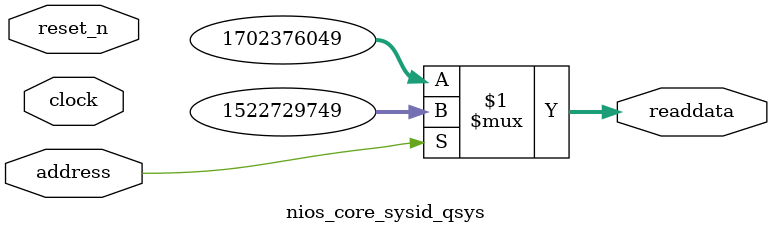
<source format=v>



// synthesis translate_off
`timescale 1ns / 1ps
// synthesis translate_on

// turn off superfluous verilog processor warnings 
// altera message_level Level1 
// altera message_off 10034 10035 10036 10037 10230 10240 10030 

module nios_core_sysid_qsys (
               // inputs:
                address,
                clock,
                reset_n,

               // outputs:
                readdata
             )
;

  output  [ 31: 0] readdata;
  input            address;
  input            clock;
  input            reset_n;

  wire    [ 31: 0] readdata;
  //control_slave, which is an e_avalon_slave
  assign readdata = address ? 1522729749 : 1702376049;

endmodule



</source>
